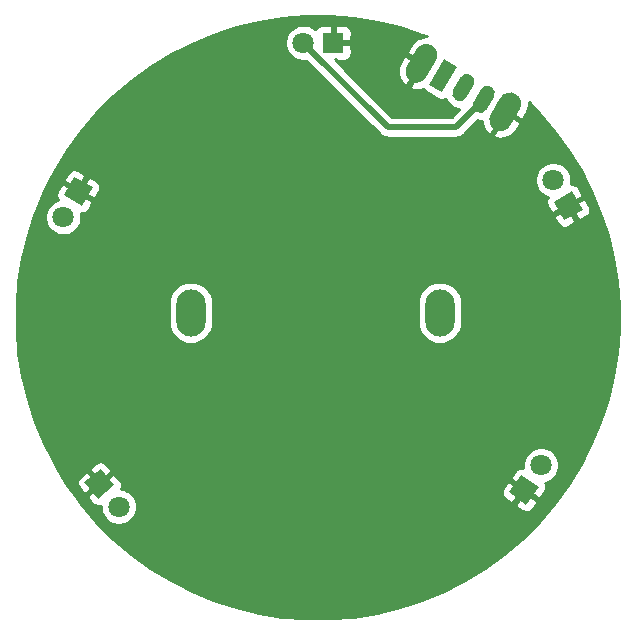
<source format=gbr>
%TF.GenerationSoftware,KiCad,Pcbnew,(5.1.8)-1*%
%TF.CreationDate,2022-03-30T16:06:01-07:00*%
%TF.ProjectId,Alpenglow_Sun_PCB,416c7065-6e67-46c6-9f77-5f53756e5f50,rev?*%
%TF.SameCoordinates,Original*%
%TF.FileFunction,Copper,L1,Top*%
%TF.FilePolarity,Positive*%
%FSLAX46Y46*%
G04 Gerber Fmt 4.6, Leading zero omitted, Abs format (unit mm)*
G04 Created by KiCad (PCBNEW (5.1.8)-1) date 2022-03-30 16:06:01*
%MOMM*%
%LPD*%
G01*
G04 APERTURE LIST*
%TA.AperFunction,ComponentPad*%
%ADD10R,1.800000X1.800000*%
%TD*%
%TA.AperFunction,ComponentPad*%
%ADD11C,1.800000*%
%TD*%
%TA.AperFunction,ComponentPad*%
%ADD12C,0.100000*%
%TD*%
%TA.AperFunction,ComponentPad*%
%ADD13O,2.500000X4.000000*%
%TD*%
%TA.AperFunction,Conductor*%
%ADD14C,0.508000*%
%TD*%
%TA.AperFunction,Conductor*%
%ADD15C,0.254000*%
%TD*%
%TA.AperFunction,Conductor*%
%ADD16C,0.100000*%
%TD*%
G04 APERTURE END LIST*
D10*
%TO.P,D1,1*%
%TO.N,GND*%
X153924000Y-66548000D03*
D11*
%TO.P,D1,2*%
%TO.N,Net-(D1-Pad2)*%
X151384000Y-66548000D03*
%TD*%
%TA.AperFunction,ComponentPad*%
D12*
%TO.P,D3,1*%
%TO.N,GND*%
G36*
X175041623Y-80695023D02*
G01*
X173482777Y-81595023D01*
X172582777Y-80036177D01*
X174141623Y-79136177D01*
X175041623Y-80695023D01*
G37*
%TD.AperFunction*%
D11*
%TO.P,D3,2*%
%TO.N,Net-(D1-Pad2)*%
X172542200Y-78165895D03*
%TD*%
%TA.AperFunction,ComponentPad*%
D12*
%TO.P,D2,1*%
%TO.N,GND*%
G36*
X132004577Y-77891577D02*
G01*
X133563423Y-78791577D01*
X132663423Y-80350423D01*
X131104577Y-79450423D01*
X132004577Y-77891577D01*
G37*
%TD.AperFunction*%
D11*
%TO.P,D2,2*%
%TO.N,Net-(D1-Pad2)*%
X131064000Y-81320705D03*
%TD*%
%TA.AperFunction,ComponentPad*%
D12*
%TO.P,D4,1*%
%TO.N,GND*%
G36*
X132844051Y-103775069D02*
G01*
X134222931Y-102618051D01*
X135379949Y-103996931D01*
X134001069Y-105153949D01*
X132844051Y-103775069D01*
G37*
%TD.AperFunction*%
D11*
%TO.P,D4,2*%
%TO.N,Net-(D1-Pad2)*%
X135744681Y-105831753D03*
%TD*%
%TA.AperFunction,ComponentPad*%
D12*
%TO.P,D5,1*%
%TO.N,GND*%
G36*
X170274018Y-105647456D02*
G01*
X168799544Y-104615018D01*
X169831982Y-103140544D01*
X171306456Y-104172982D01*
X170274018Y-105647456D01*
G37*
%TD.AperFunction*%
D11*
%TO.P,D5,2*%
%TO.N,Net-(D1-Pad2)*%
X171509884Y-102313354D03*
%TD*%
%TA.AperFunction,ComponentPad*%
D12*
%TO.P,SW1,1*%
%TO.N,Net-(SW1-Pad1)*%
G36*
X162007083Y-70099532D02*
G01*
X163257083Y-67934468D01*
X164382917Y-68584468D01*
X163132917Y-70749532D01*
X162007083Y-70099532D01*
G37*
%TD.AperFunction*%
%TO.P,SW1,2*%
%TO.N,VCC*%
%TA.AperFunction,ComponentPad*%
G36*
G01*
X164064134Y-70536615D02*
X164664134Y-69497385D01*
G75*
G02*
X165552051Y-69259468I562917J-325000D01*
G01*
X165552051Y-69259468D01*
G75*
G02*
X165789968Y-70147385I-325000J-562917D01*
G01*
X165189968Y-71186615D01*
G75*
G02*
X164302051Y-71424532I-562917J325000D01*
G01*
X164302051Y-71424532D01*
G75*
G02*
X164064134Y-70536615I325000J562917D01*
G01*
G37*
%TD.AperFunction*%
%TO.P,SW1,3*%
%TO.N,Net-(D1-Pad2)*%
%TA.AperFunction,ComponentPad*%
G36*
G01*
X165796185Y-71536615D02*
X166396185Y-70497385D01*
G75*
G02*
X167284102Y-70259468I562917J-325000D01*
G01*
X167284102Y-70259468D01*
G75*
G02*
X167522019Y-71147385I-325000J-562917D01*
G01*
X166922019Y-72186615D01*
G75*
G02*
X166034102Y-72424532I-562917J325000D01*
G01*
X166034102Y-72424532D01*
G75*
G02*
X165796185Y-71536615I325000J562917D01*
G01*
G37*
%TD.AperFunction*%
%TO.P,SW1,*%
%TO.N,GND*%
%TA.AperFunction,ComponentPad*%
G36*
G01*
X160153623Y-68509820D02*
X160953623Y-67124180D01*
G75*
G02*
X162251347Y-66776456I822724J-475000D01*
G01*
X162251347Y-66776456D01*
G75*
G02*
X162599071Y-68074180I-475000J-822724D01*
G01*
X161799071Y-69459820D01*
G75*
G02*
X160501347Y-69807544I-822724J475000D01*
G01*
X160501347Y-69807544D01*
G75*
G02*
X160153623Y-68509820I475000J822724D01*
G01*
G37*
%TD.AperFunction*%
%TA.AperFunction,ComponentPad*%
G36*
G01*
X167255031Y-72609820D02*
X168055031Y-71224180D01*
G75*
G02*
X169352755Y-70876456I822724J-475000D01*
G01*
X169352755Y-70876456D01*
G75*
G02*
X169700479Y-72174180I-475000J-822724D01*
G01*
X168900479Y-73559820D01*
G75*
G02*
X167602755Y-73907544I-822724J475000D01*
G01*
X167602755Y-73907544D01*
G75*
G02*
X167255031Y-72609820I475000J822724D01*
G01*
G37*
%TD.AperFunction*%
%TD*%
D13*
%TO.P,BT1,1*%
%TO.N,VCC*%
X162941000Y-89408000D03*
X141859000Y-89408000D03*
%TD*%
D14*
%TO.N,Net-(D1-Pad2)*%
X151384000Y-66548000D02*
X158521400Y-73685400D01*
X164315702Y-73685400D02*
X166659102Y-71342000D01*
X158521400Y-73685400D02*
X164315702Y-73685400D01*
%TD*%
D15*
%TO.N,GND*%
X155602084Y-64451553D02*
X157580793Y-64764950D01*
X159528813Y-65232628D01*
X161434134Y-65851705D01*
X161820203Y-66011620D01*
X161799410Y-66009267D01*
X161488791Y-66035318D01*
X161189222Y-66121466D01*
X160912216Y-66264402D01*
X160668418Y-66458633D01*
X160467197Y-66696694D01*
X160067197Y-67389515D01*
X161329862Y-68118515D01*
X161339862Y-68101194D01*
X161559832Y-68228194D01*
X161549832Y-68245515D01*
X161567153Y-68255515D01*
X161440153Y-68475485D01*
X161422832Y-68465485D01*
X160376040Y-70278582D01*
X160528725Y-70505301D01*
X160643550Y-70539683D01*
X160953284Y-70574733D01*
X161263903Y-70548682D01*
X161496948Y-70481664D01*
X161500867Y-70487966D01*
X161586373Y-70579260D01*
X161688047Y-70652119D01*
X162813881Y-71302119D01*
X162927816Y-71353742D01*
X163049632Y-71382145D01*
X163174649Y-71386238D01*
X163298062Y-71365862D01*
X163415129Y-71321801D01*
X163424954Y-71315692D01*
X163468994Y-71432705D01*
X163602660Y-71647658D01*
X163775693Y-71832403D01*
X163981443Y-71979841D01*
X164212003Y-72084307D01*
X164458513Y-72141785D01*
X164597531Y-72146336D01*
X163947467Y-72796400D01*
X158889636Y-72796400D01*
X154997086Y-68903850D01*
X159388330Y-68903850D01*
X159403047Y-69215212D01*
X159478225Y-69517720D01*
X159610974Y-69799750D01*
X159796195Y-70050462D01*
X159883383Y-70132713D01*
X160156070Y-70151582D01*
X161202862Y-68338485D01*
X159940197Y-67609485D01*
X159540197Y-68302306D01*
X159434640Y-68595599D01*
X159388330Y-68903850D01*
X154997086Y-68903850D01*
X154051002Y-67957767D01*
X154051002Y-67924252D01*
X154209750Y-68083000D01*
X154824000Y-68086072D01*
X154948482Y-68073812D01*
X155068180Y-68037502D01*
X155178494Y-67978537D01*
X155275185Y-67899185D01*
X155354537Y-67802494D01*
X155413502Y-67692180D01*
X155449812Y-67572482D01*
X155462072Y-67448000D01*
X155459000Y-66833750D01*
X155300250Y-66675000D01*
X154051000Y-66675000D01*
X154051000Y-66695000D01*
X153797000Y-66695000D01*
X153797000Y-66675000D01*
X153777000Y-66675000D01*
X153777000Y-66421000D01*
X153797000Y-66421000D01*
X153797000Y-65171750D01*
X154051000Y-65171750D01*
X154051000Y-66421000D01*
X155300250Y-66421000D01*
X155459000Y-66262250D01*
X155462072Y-65648000D01*
X155449812Y-65523518D01*
X155413502Y-65403820D01*
X155354537Y-65293506D01*
X155275185Y-65196815D01*
X155178494Y-65117463D01*
X155068180Y-65058498D01*
X154948482Y-65022188D01*
X154824000Y-65009928D01*
X154209750Y-65013000D01*
X154051000Y-65171750D01*
X153797000Y-65171750D01*
X153638250Y-65013000D01*
X153024000Y-65009928D01*
X152899518Y-65022188D01*
X152779820Y-65058498D01*
X152669506Y-65117463D01*
X152572815Y-65196815D01*
X152493463Y-65293506D01*
X152434498Y-65403820D01*
X152428944Y-65422127D01*
X152362505Y-65355688D01*
X152111095Y-65187701D01*
X151831743Y-65071989D01*
X151535184Y-65013000D01*
X151232816Y-65013000D01*
X150936257Y-65071989D01*
X150656905Y-65187701D01*
X150405495Y-65355688D01*
X150191688Y-65569495D01*
X150023701Y-65820905D01*
X149907989Y-66100257D01*
X149849000Y-66396816D01*
X149849000Y-66699184D01*
X149907989Y-66995743D01*
X150023701Y-67275095D01*
X150191688Y-67526505D01*
X150405495Y-67740312D01*
X150656905Y-67908299D01*
X150936257Y-68024011D01*
X151232816Y-68083000D01*
X151535184Y-68083000D01*
X151640764Y-68061999D01*
X157861906Y-74283142D01*
X157889741Y-74317059D01*
X158025109Y-74428153D01*
X158179549Y-74510703D01*
X158274158Y-74539402D01*
X158347125Y-74561536D01*
X158363725Y-74563171D01*
X158477733Y-74574400D01*
X158477740Y-74574400D01*
X158521400Y-74578700D01*
X158565060Y-74574400D01*
X164272042Y-74574400D01*
X164315702Y-74578700D01*
X164359362Y-74574400D01*
X164359369Y-74574400D01*
X164489976Y-74561536D01*
X164657553Y-74510703D01*
X164811993Y-74428153D01*
X164872395Y-74378582D01*
X167477448Y-74378582D01*
X167630133Y-74605301D01*
X167744958Y-74639683D01*
X168054692Y-74674733D01*
X168365311Y-74648682D01*
X168664880Y-74562534D01*
X168941886Y-74419598D01*
X169185684Y-74225367D01*
X169386905Y-73987306D01*
X169786905Y-73294485D01*
X168524240Y-72565485D01*
X167477448Y-74378582D01*
X164872395Y-74378582D01*
X164947361Y-74317059D01*
X164975201Y-74283136D01*
X166130547Y-73127791D01*
X166190564Y-73141785D01*
X166443551Y-73150067D01*
X166496238Y-73141368D01*
X166504455Y-73315212D01*
X166579633Y-73617720D01*
X166712382Y-73899750D01*
X166897603Y-74150462D01*
X166984791Y-74232713D01*
X167257478Y-74251582D01*
X168304270Y-72438485D01*
X168286949Y-72428485D01*
X168413949Y-72208515D01*
X168431270Y-72218515D01*
X168441270Y-72201194D01*
X168661240Y-72328194D01*
X168651240Y-72345515D01*
X169913905Y-73074515D01*
X170313905Y-72381694D01*
X170419462Y-72088401D01*
X170465772Y-71780150D01*
X170456672Y-71587621D01*
X171338925Y-72469874D01*
X172640012Y-73993251D01*
X173817565Y-75614014D01*
X174864325Y-77322171D01*
X175773837Y-79107190D01*
X176540495Y-80958066D01*
X177159572Y-82863387D01*
X177627250Y-84811407D01*
X177940647Y-86790116D01*
X178097829Y-88787313D01*
X178097829Y-90790687D01*
X177940647Y-92787884D01*
X177627250Y-94766593D01*
X177159572Y-96714613D01*
X176540495Y-98619934D01*
X175773837Y-100470810D01*
X174864325Y-102255829D01*
X173817565Y-103963986D01*
X172640012Y-105584749D01*
X171338925Y-107108126D01*
X169922326Y-108524725D01*
X168398949Y-109825812D01*
X166778186Y-111003365D01*
X165070029Y-112050125D01*
X163285010Y-112959637D01*
X161434134Y-113726295D01*
X159528813Y-114345372D01*
X157580793Y-114813050D01*
X155602084Y-115126447D01*
X153604887Y-115283629D01*
X151601513Y-115283629D01*
X149604316Y-115126447D01*
X147625607Y-114813050D01*
X145677587Y-114345372D01*
X143772266Y-113726295D01*
X141921390Y-112959637D01*
X140136371Y-112050125D01*
X138428214Y-111003365D01*
X136807451Y-109825812D01*
X135284074Y-108524725D01*
X133867475Y-107108126D01*
X132566388Y-105584749D01*
X132208077Y-105091576D01*
X133119798Y-105091576D01*
X133512277Y-105564094D01*
X133601685Y-105651572D01*
X133706440Y-105719926D01*
X133822518Y-105766530D01*
X133945457Y-105789593D01*
X134070533Y-105788228D01*
X134192941Y-105762489D01*
X134209681Y-105755340D01*
X134209681Y-105982937D01*
X134268670Y-106279496D01*
X134384382Y-106558848D01*
X134552369Y-106810258D01*
X134766176Y-107024065D01*
X135017586Y-107192052D01*
X135296938Y-107307764D01*
X135593497Y-107366753D01*
X135895865Y-107366753D01*
X136192424Y-107307764D01*
X136471776Y-107192052D01*
X136723186Y-107024065D01*
X136936993Y-106810258D01*
X137104980Y-106558848D01*
X137220692Y-106279496D01*
X137279681Y-105982937D01*
X137279681Y-105680569D01*
X137262502Y-105594202D01*
X169367648Y-105594202D01*
X169406633Y-105815298D01*
X169908035Y-106170134D01*
X170017037Y-106231491D01*
X170135914Y-106270403D01*
X170260099Y-106285376D01*
X170384818Y-106275834D01*
X170505279Y-106242144D01*
X170616854Y-106185601D01*
X170715253Y-106108376D01*
X170796696Y-106013439D01*
X171146499Y-105508513D01*
X171107514Y-105287417D01*
X170084188Y-104570877D01*
X169367648Y-105594202D01*
X137262502Y-105594202D01*
X137220692Y-105384010D01*
X137104980Y-105104658D01*
X136936993Y-104853248D01*
X136723186Y-104639441D01*
X136665804Y-104601099D01*
X168161624Y-104601099D01*
X168171166Y-104725818D01*
X168204856Y-104846279D01*
X168261399Y-104957854D01*
X168338624Y-105056253D01*
X168433561Y-105137696D01*
X168938487Y-105487499D01*
X169159583Y-105448514D01*
X169876123Y-104425188D01*
X168852798Y-103708648D01*
X168631702Y-103747633D01*
X168276866Y-104249035D01*
X168215509Y-104358037D01*
X168176597Y-104476914D01*
X168161624Y-104601099D01*
X136665804Y-104601099D01*
X136471776Y-104471454D01*
X136192424Y-104355742D01*
X135937176Y-104304970D01*
X135945926Y-104291560D01*
X135992530Y-104175482D01*
X136015593Y-104052543D01*
X136014228Y-103927467D01*
X135988489Y-103805059D01*
X135939364Y-103690026D01*
X135868740Y-103586786D01*
X135608256Y-103279487D01*
X168959501Y-103279487D01*
X168998486Y-103500583D01*
X170021812Y-104217123D01*
X170033283Y-104200740D01*
X170241349Y-104346429D01*
X170229877Y-104362812D01*
X171253202Y-105079352D01*
X171474298Y-105040367D01*
X171829134Y-104538965D01*
X171890491Y-104429963D01*
X171929403Y-104311086D01*
X171944376Y-104186901D01*
X171934834Y-104062182D01*
X171901144Y-103941721D01*
X171844601Y-103830146D01*
X171832179Y-103814318D01*
X171957627Y-103789365D01*
X172236979Y-103673653D01*
X172488389Y-103505666D01*
X172702196Y-103291859D01*
X172870183Y-103040449D01*
X172985895Y-102761097D01*
X173044884Y-102464538D01*
X173044884Y-102162170D01*
X172985895Y-101865611D01*
X172870183Y-101586259D01*
X172702196Y-101334849D01*
X172488389Y-101121042D01*
X172236979Y-100953055D01*
X171957627Y-100837343D01*
X171661068Y-100778354D01*
X171358700Y-100778354D01*
X171062141Y-100837343D01*
X170782789Y-100953055D01*
X170531379Y-101121042D01*
X170317572Y-101334849D01*
X170149585Y-101586259D01*
X170033873Y-101865611D01*
X169974884Y-102162170D01*
X169974884Y-102464538D01*
X169986507Y-102522972D01*
X169970086Y-102517597D01*
X169845901Y-102502624D01*
X169721182Y-102512166D01*
X169600721Y-102545856D01*
X169489146Y-102602399D01*
X169390747Y-102679624D01*
X169309304Y-102774561D01*
X168959501Y-103279487D01*
X135608256Y-103279487D01*
X135471555Y-103118218D01*
X135247903Y-103098651D01*
X134290922Y-103901654D01*
X134303777Y-103916974D01*
X134109202Y-104080243D01*
X134096346Y-104064922D01*
X133139365Y-104867924D01*
X133119798Y-105091576D01*
X132208077Y-105091576D01*
X131388835Y-103963986D01*
X131238988Y-103719457D01*
X132208407Y-103719457D01*
X132209772Y-103844533D01*
X132235511Y-103966941D01*
X132284636Y-104081974D01*
X132355260Y-104185214D01*
X132752445Y-104653782D01*
X132976097Y-104673349D01*
X133933078Y-103870346D01*
X133130076Y-102913365D01*
X132906424Y-102893798D01*
X132433906Y-103286277D01*
X132346428Y-103375685D01*
X132278074Y-103480440D01*
X132231470Y-103596518D01*
X132208407Y-103719457D01*
X131238988Y-103719457D01*
X130644964Y-102750097D01*
X133324651Y-102750097D01*
X134127654Y-103707078D01*
X135084635Y-102904076D01*
X135104202Y-102680424D01*
X134711723Y-102207906D01*
X134622315Y-102120428D01*
X134517560Y-102052074D01*
X134401482Y-102005470D01*
X134278543Y-101982407D01*
X134153467Y-101983772D01*
X134031059Y-102009511D01*
X133916026Y-102058636D01*
X133812786Y-102129260D01*
X133344218Y-102526445D01*
X133324651Y-102750097D01*
X130644964Y-102750097D01*
X130342075Y-102255829D01*
X129432563Y-100470810D01*
X128665905Y-98619934D01*
X128046828Y-96714613D01*
X127579150Y-94766593D01*
X127265753Y-92787884D01*
X127108571Y-90790687D01*
X127108571Y-88787313D01*
X127126035Y-88565404D01*
X139974000Y-88565404D01*
X139974000Y-90250597D01*
X140001275Y-90527524D01*
X140109062Y-90882848D01*
X140284098Y-91210317D01*
X140519656Y-91497345D01*
X140806684Y-91732903D01*
X141134153Y-91907939D01*
X141489477Y-92015725D01*
X141859000Y-92052120D01*
X142228524Y-92015725D01*
X142583848Y-91907939D01*
X142911317Y-91732903D01*
X143198345Y-91497345D01*
X143433903Y-91210317D01*
X143608939Y-90882848D01*
X143716725Y-90527524D01*
X143744000Y-90250597D01*
X143744000Y-88565404D01*
X161056000Y-88565404D01*
X161056000Y-90250597D01*
X161083275Y-90527524D01*
X161191062Y-90882848D01*
X161366098Y-91210317D01*
X161601656Y-91497345D01*
X161888684Y-91732903D01*
X162216153Y-91907939D01*
X162571477Y-92015725D01*
X162941000Y-92052120D01*
X163310524Y-92015725D01*
X163665848Y-91907939D01*
X163993317Y-91732903D01*
X164280345Y-91497345D01*
X164515903Y-91210317D01*
X164690939Y-90882848D01*
X164798725Y-90527524D01*
X164826000Y-90250597D01*
X164826000Y-88565403D01*
X164798725Y-88288476D01*
X164690939Y-87933152D01*
X164515903Y-87605683D01*
X164280345Y-87318655D01*
X163993317Y-87083097D01*
X163665847Y-86908061D01*
X163310523Y-86800275D01*
X162941000Y-86763880D01*
X162571476Y-86800275D01*
X162216152Y-86908061D01*
X161888683Y-87083097D01*
X161601655Y-87318655D01*
X161366097Y-87605683D01*
X161191061Y-87933153D01*
X161083275Y-88288477D01*
X161056000Y-88565404D01*
X143744000Y-88565404D01*
X143744000Y-88565403D01*
X143716725Y-88288476D01*
X143608939Y-87933152D01*
X143433903Y-87605683D01*
X143198345Y-87318655D01*
X142911317Y-87083097D01*
X142583847Y-86908061D01*
X142228523Y-86800275D01*
X141859000Y-86763880D01*
X141489476Y-86800275D01*
X141134152Y-86908061D01*
X140806683Y-87083097D01*
X140519655Y-87318655D01*
X140284097Y-87605683D01*
X140109061Y-87933153D01*
X140001275Y-88288477D01*
X139974000Y-88565404D01*
X127126035Y-88565404D01*
X127265753Y-86790116D01*
X127579150Y-84811407D01*
X128046828Y-82863387D01*
X128597199Y-81169521D01*
X129529000Y-81169521D01*
X129529000Y-81471889D01*
X129587989Y-81768448D01*
X129703701Y-82047800D01*
X129871688Y-82299210D01*
X130085495Y-82513017D01*
X130336905Y-82681004D01*
X130616257Y-82796716D01*
X130912816Y-82855705D01*
X131215184Y-82855705D01*
X131511743Y-82796716D01*
X131791095Y-82681004D01*
X132042505Y-82513017D01*
X132256312Y-82299210D01*
X132424299Y-82047800D01*
X132540011Y-81768448D01*
X132599000Y-81471889D01*
X132599000Y-81380567D01*
X172625726Y-81380567D01*
X172930191Y-81914059D01*
X173003049Y-82015733D01*
X173094343Y-82101240D01*
X173200566Y-82167292D01*
X173317632Y-82211353D01*
X173441045Y-82231728D01*
X173566062Y-82227637D01*
X173687879Y-82199233D01*
X173801813Y-82147609D01*
X174332233Y-81837824D01*
X174390340Y-81620967D01*
X173765715Y-80539085D01*
X172683833Y-81163710D01*
X172625726Y-81380567D01*
X132599000Y-81380567D01*
X132599000Y-81169521D01*
X132561019Y-80978579D01*
X132580138Y-80983037D01*
X132705155Y-80987128D01*
X132828568Y-80966753D01*
X132945634Y-80922692D01*
X133051857Y-80856640D01*
X133143151Y-80771133D01*
X133216009Y-80669459D01*
X133520474Y-80135967D01*
X133462367Y-79919110D01*
X132380485Y-79294485D01*
X132370485Y-79311806D01*
X132150515Y-79184806D01*
X132160515Y-79167485D01*
X131999487Y-79074515D01*
X132507485Y-79074515D01*
X133589367Y-79699140D01*
X133806224Y-79641033D01*
X134116009Y-79110613D01*
X134167633Y-78996679D01*
X134196037Y-78874862D01*
X134200128Y-78749845D01*
X134179753Y-78626432D01*
X134135692Y-78509366D01*
X134069640Y-78403143D01*
X133984133Y-78311849D01*
X133882459Y-78238991D01*
X133489470Y-78014711D01*
X171007200Y-78014711D01*
X171007200Y-78317079D01*
X171066189Y-78613638D01*
X171181901Y-78892990D01*
X171349888Y-79144400D01*
X171563695Y-79358207D01*
X171815105Y-79526194D01*
X172085501Y-79638196D01*
X172076560Y-79647743D01*
X172010508Y-79753966D01*
X171966447Y-79871032D01*
X171946072Y-79994445D01*
X171950163Y-80119462D01*
X171978567Y-80241279D01*
X172030191Y-80355213D01*
X172339976Y-80885633D01*
X172556833Y-80943740D01*
X173477686Y-80412085D01*
X173985685Y-80412085D01*
X174610310Y-81493967D01*
X174827167Y-81552074D01*
X175360659Y-81247609D01*
X175462333Y-81174751D01*
X175547840Y-81083457D01*
X175613892Y-80977234D01*
X175657953Y-80860168D01*
X175678328Y-80736755D01*
X175674237Y-80611738D01*
X175645833Y-80489921D01*
X175594209Y-80375987D01*
X175284424Y-79845567D01*
X175067567Y-79787460D01*
X173985685Y-80412085D01*
X173477686Y-80412085D01*
X173638715Y-80319115D01*
X173628715Y-80301794D01*
X173848685Y-80174794D01*
X173858685Y-80192115D01*
X174940567Y-79567490D01*
X174998674Y-79350633D01*
X174694209Y-78817141D01*
X174621351Y-78715467D01*
X174530057Y-78629960D01*
X174423834Y-78563908D01*
X174306768Y-78519847D01*
X174183355Y-78499472D01*
X174058338Y-78503563D01*
X174039219Y-78508021D01*
X174077200Y-78317079D01*
X174077200Y-78014711D01*
X174018211Y-77718152D01*
X173902499Y-77438800D01*
X173734512Y-77187390D01*
X173520705Y-76973583D01*
X173269295Y-76805596D01*
X172989943Y-76689884D01*
X172693384Y-76630895D01*
X172391016Y-76630895D01*
X172094457Y-76689884D01*
X171815105Y-76805596D01*
X171563695Y-76973583D01*
X171349888Y-77187390D01*
X171181901Y-77438800D01*
X171066189Y-77718152D01*
X171007200Y-78014711D01*
X133489470Y-78014711D01*
X133348967Y-77934526D01*
X133132110Y-77992633D01*
X132507485Y-79074515D01*
X131999487Y-79074515D01*
X131078633Y-78542860D01*
X130861776Y-78600967D01*
X130551991Y-79131387D01*
X130500367Y-79245321D01*
X130471963Y-79367138D01*
X130467872Y-79492155D01*
X130488247Y-79615568D01*
X130532308Y-79732634D01*
X130598360Y-79838857D01*
X130607301Y-79848404D01*
X130336905Y-79960406D01*
X130085495Y-80128393D01*
X129871688Y-80342200D01*
X129703701Y-80593610D01*
X129587989Y-80872962D01*
X129529000Y-81169521D01*
X128597199Y-81169521D01*
X128665905Y-80958066D01*
X129432563Y-79107190D01*
X129942677Y-78106033D01*
X131147526Y-78106033D01*
X131205633Y-78322890D01*
X132287515Y-78947515D01*
X132912140Y-77865633D01*
X132854033Y-77648776D01*
X132323613Y-77338991D01*
X132209679Y-77287367D01*
X132087862Y-77258963D01*
X131962845Y-77254872D01*
X131839432Y-77275247D01*
X131722366Y-77319308D01*
X131616143Y-77385360D01*
X131524849Y-77470867D01*
X131451991Y-77572541D01*
X131147526Y-78106033D01*
X129942677Y-78106033D01*
X130342075Y-77322171D01*
X131388835Y-75614014D01*
X132566388Y-73993251D01*
X133867475Y-72469874D01*
X135284074Y-71053275D01*
X136807451Y-69752188D01*
X138428214Y-68574635D01*
X140136371Y-67527875D01*
X141921390Y-66618363D01*
X143772266Y-65851705D01*
X145677587Y-65232628D01*
X147625607Y-64764950D01*
X149604316Y-64451553D01*
X151601513Y-64294371D01*
X153604887Y-64294371D01*
X155602084Y-64451553D01*
%TA.AperFunction,Conductor*%
D16*
G36*
X155602084Y-64451553D02*
G01*
X157580793Y-64764950D01*
X159528813Y-65232628D01*
X161434134Y-65851705D01*
X161820203Y-66011620D01*
X161799410Y-66009267D01*
X161488791Y-66035318D01*
X161189222Y-66121466D01*
X160912216Y-66264402D01*
X160668418Y-66458633D01*
X160467197Y-66696694D01*
X160067197Y-67389515D01*
X161329862Y-68118515D01*
X161339862Y-68101194D01*
X161559832Y-68228194D01*
X161549832Y-68245515D01*
X161567153Y-68255515D01*
X161440153Y-68475485D01*
X161422832Y-68465485D01*
X160376040Y-70278582D01*
X160528725Y-70505301D01*
X160643550Y-70539683D01*
X160953284Y-70574733D01*
X161263903Y-70548682D01*
X161496948Y-70481664D01*
X161500867Y-70487966D01*
X161586373Y-70579260D01*
X161688047Y-70652119D01*
X162813881Y-71302119D01*
X162927816Y-71353742D01*
X163049632Y-71382145D01*
X163174649Y-71386238D01*
X163298062Y-71365862D01*
X163415129Y-71321801D01*
X163424954Y-71315692D01*
X163468994Y-71432705D01*
X163602660Y-71647658D01*
X163775693Y-71832403D01*
X163981443Y-71979841D01*
X164212003Y-72084307D01*
X164458513Y-72141785D01*
X164597531Y-72146336D01*
X163947467Y-72796400D01*
X158889636Y-72796400D01*
X154997086Y-68903850D01*
X159388330Y-68903850D01*
X159403047Y-69215212D01*
X159478225Y-69517720D01*
X159610974Y-69799750D01*
X159796195Y-70050462D01*
X159883383Y-70132713D01*
X160156070Y-70151582D01*
X161202862Y-68338485D01*
X159940197Y-67609485D01*
X159540197Y-68302306D01*
X159434640Y-68595599D01*
X159388330Y-68903850D01*
X154997086Y-68903850D01*
X154051002Y-67957767D01*
X154051002Y-67924252D01*
X154209750Y-68083000D01*
X154824000Y-68086072D01*
X154948482Y-68073812D01*
X155068180Y-68037502D01*
X155178494Y-67978537D01*
X155275185Y-67899185D01*
X155354537Y-67802494D01*
X155413502Y-67692180D01*
X155449812Y-67572482D01*
X155462072Y-67448000D01*
X155459000Y-66833750D01*
X155300250Y-66675000D01*
X154051000Y-66675000D01*
X154051000Y-66695000D01*
X153797000Y-66695000D01*
X153797000Y-66675000D01*
X153777000Y-66675000D01*
X153777000Y-66421000D01*
X153797000Y-66421000D01*
X153797000Y-65171750D01*
X154051000Y-65171750D01*
X154051000Y-66421000D01*
X155300250Y-66421000D01*
X155459000Y-66262250D01*
X155462072Y-65648000D01*
X155449812Y-65523518D01*
X155413502Y-65403820D01*
X155354537Y-65293506D01*
X155275185Y-65196815D01*
X155178494Y-65117463D01*
X155068180Y-65058498D01*
X154948482Y-65022188D01*
X154824000Y-65009928D01*
X154209750Y-65013000D01*
X154051000Y-65171750D01*
X153797000Y-65171750D01*
X153638250Y-65013000D01*
X153024000Y-65009928D01*
X152899518Y-65022188D01*
X152779820Y-65058498D01*
X152669506Y-65117463D01*
X152572815Y-65196815D01*
X152493463Y-65293506D01*
X152434498Y-65403820D01*
X152428944Y-65422127D01*
X152362505Y-65355688D01*
X152111095Y-65187701D01*
X151831743Y-65071989D01*
X151535184Y-65013000D01*
X151232816Y-65013000D01*
X150936257Y-65071989D01*
X150656905Y-65187701D01*
X150405495Y-65355688D01*
X150191688Y-65569495D01*
X150023701Y-65820905D01*
X149907989Y-66100257D01*
X149849000Y-66396816D01*
X149849000Y-66699184D01*
X149907989Y-66995743D01*
X150023701Y-67275095D01*
X150191688Y-67526505D01*
X150405495Y-67740312D01*
X150656905Y-67908299D01*
X150936257Y-68024011D01*
X151232816Y-68083000D01*
X151535184Y-68083000D01*
X151640764Y-68061999D01*
X157861906Y-74283142D01*
X157889741Y-74317059D01*
X158025109Y-74428153D01*
X158179549Y-74510703D01*
X158274158Y-74539402D01*
X158347125Y-74561536D01*
X158363725Y-74563171D01*
X158477733Y-74574400D01*
X158477740Y-74574400D01*
X158521400Y-74578700D01*
X158565060Y-74574400D01*
X164272042Y-74574400D01*
X164315702Y-74578700D01*
X164359362Y-74574400D01*
X164359369Y-74574400D01*
X164489976Y-74561536D01*
X164657553Y-74510703D01*
X164811993Y-74428153D01*
X164872395Y-74378582D01*
X167477448Y-74378582D01*
X167630133Y-74605301D01*
X167744958Y-74639683D01*
X168054692Y-74674733D01*
X168365311Y-74648682D01*
X168664880Y-74562534D01*
X168941886Y-74419598D01*
X169185684Y-74225367D01*
X169386905Y-73987306D01*
X169786905Y-73294485D01*
X168524240Y-72565485D01*
X167477448Y-74378582D01*
X164872395Y-74378582D01*
X164947361Y-74317059D01*
X164975201Y-74283136D01*
X166130547Y-73127791D01*
X166190564Y-73141785D01*
X166443551Y-73150067D01*
X166496238Y-73141368D01*
X166504455Y-73315212D01*
X166579633Y-73617720D01*
X166712382Y-73899750D01*
X166897603Y-74150462D01*
X166984791Y-74232713D01*
X167257478Y-74251582D01*
X168304270Y-72438485D01*
X168286949Y-72428485D01*
X168413949Y-72208515D01*
X168431270Y-72218515D01*
X168441270Y-72201194D01*
X168661240Y-72328194D01*
X168651240Y-72345515D01*
X169913905Y-73074515D01*
X170313905Y-72381694D01*
X170419462Y-72088401D01*
X170465772Y-71780150D01*
X170456672Y-71587621D01*
X171338925Y-72469874D01*
X172640012Y-73993251D01*
X173817565Y-75614014D01*
X174864325Y-77322171D01*
X175773837Y-79107190D01*
X176540495Y-80958066D01*
X177159572Y-82863387D01*
X177627250Y-84811407D01*
X177940647Y-86790116D01*
X178097829Y-88787313D01*
X178097829Y-90790687D01*
X177940647Y-92787884D01*
X177627250Y-94766593D01*
X177159572Y-96714613D01*
X176540495Y-98619934D01*
X175773837Y-100470810D01*
X174864325Y-102255829D01*
X173817565Y-103963986D01*
X172640012Y-105584749D01*
X171338925Y-107108126D01*
X169922326Y-108524725D01*
X168398949Y-109825812D01*
X166778186Y-111003365D01*
X165070029Y-112050125D01*
X163285010Y-112959637D01*
X161434134Y-113726295D01*
X159528813Y-114345372D01*
X157580793Y-114813050D01*
X155602084Y-115126447D01*
X153604887Y-115283629D01*
X151601513Y-115283629D01*
X149604316Y-115126447D01*
X147625607Y-114813050D01*
X145677587Y-114345372D01*
X143772266Y-113726295D01*
X141921390Y-112959637D01*
X140136371Y-112050125D01*
X138428214Y-111003365D01*
X136807451Y-109825812D01*
X135284074Y-108524725D01*
X133867475Y-107108126D01*
X132566388Y-105584749D01*
X132208077Y-105091576D01*
X133119798Y-105091576D01*
X133512277Y-105564094D01*
X133601685Y-105651572D01*
X133706440Y-105719926D01*
X133822518Y-105766530D01*
X133945457Y-105789593D01*
X134070533Y-105788228D01*
X134192941Y-105762489D01*
X134209681Y-105755340D01*
X134209681Y-105982937D01*
X134268670Y-106279496D01*
X134384382Y-106558848D01*
X134552369Y-106810258D01*
X134766176Y-107024065D01*
X135017586Y-107192052D01*
X135296938Y-107307764D01*
X135593497Y-107366753D01*
X135895865Y-107366753D01*
X136192424Y-107307764D01*
X136471776Y-107192052D01*
X136723186Y-107024065D01*
X136936993Y-106810258D01*
X137104980Y-106558848D01*
X137220692Y-106279496D01*
X137279681Y-105982937D01*
X137279681Y-105680569D01*
X137262502Y-105594202D01*
X169367648Y-105594202D01*
X169406633Y-105815298D01*
X169908035Y-106170134D01*
X170017037Y-106231491D01*
X170135914Y-106270403D01*
X170260099Y-106285376D01*
X170384818Y-106275834D01*
X170505279Y-106242144D01*
X170616854Y-106185601D01*
X170715253Y-106108376D01*
X170796696Y-106013439D01*
X171146499Y-105508513D01*
X171107514Y-105287417D01*
X170084188Y-104570877D01*
X169367648Y-105594202D01*
X137262502Y-105594202D01*
X137220692Y-105384010D01*
X137104980Y-105104658D01*
X136936993Y-104853248D01*
X136723186Y-104639441D01*
X136665804Y-104601099D01*
X168161624Y-104601099D01*
X168171166Y-104725818D01*
X168204856Y-104846279D01*
X168261399Y-104957854D01*
X168338624Y-105056253D01*
X168433561Y-105137696D01*
X168938487Y-105487499D01*
X169159583Y-105448514D01*
X169876123Y-104425188D01*
X168852798Y-103708648D01*
X168631702Y-103747633D01*
X168276866Y-104249035D01*
X168215509Y-104358037D01*
X168176597Y-104476914D01*
X168161624Y-104601099D01*
X136665804Y-104601099D01*
X136471776Y-104471454D01*
X136192424Y-104355742D01*
X135937176Y-104304970D01*
X135945926Y-104291560D01*
X135992530Y-104175482D01*
X136015593Y-104052543D01*
X136014228Y-103927467D01*
X135988489Y-103805059D01*
X135939364Y-103690026D01*
X135868740Y-103586786D01*
X135608256Y-103279487D01*
X168959501Y-103279487D01*
X168998486Y-103500583D01*
X170021812Y-104217123D01*
X170033283Y-104200740D01*
X170241349Y-104346429D01*
X170229877Y-104362812D01*
X171253202Y-105079352D01*
X171474298Y-105040367D01*
X171829134Y-104538965D01*
X171890491Y-104429963D01*
X171929403Y-104311086D01*
X171944376Y-104186901D01*
X171934834Y-104062182D01*
X171901144Y-103941721D01*
X171844601Y-103830146D01*
X171832179Y-103814318D01*
X171957627Y-103789365D01*
X172236979Y-103673653D01*
X172488389Y-103505666D01*
X172702196Y-103291859D01*
X172870183Y-103040449D01*
X172985895Y-102761097D01*
X173044884Y-102464538D01*
X173044884Y-102162170D01*
X172985895Y-101865611D01*
X172870183Y-101586259D01*
X172702196Y-101334849D01*
X172488389Y-101121042D01*
X172236979Y-100953055D01*
X171957627Y-100837343D01*
X171661068Y-100778354D01*
X171358700Y-100778354D01*
X171062141Y-100837343D01*
X170782789Y-100953055D01*
X170531379Y-101121042D01*
X170317572Y-101334849D01*
X170149585Y-101586259D01*
X170033873Y-101865611D01*
X169974884Y-102162170D01*
X169974884Y-102464538D01*
X169986507Y-102522972D01*
X169970086Y-102517597D01*
X169845901Y-102502624D01*
X169721182Y-102512166D01*
X169600721Y-102545856D01*
X169489146Y-102602399D01*
X169390747Y-102679624D01*
X169309304Y-102774561D01*
X168959501Y-103279487D01*
X135608256Y-103279487D01*
X135471555Y-103118218D01*
X135247903Y-103098651D01*
X134290922Y-103901654D01*
X134303777Y-103916974D01*
X134109202Y-104080243D01*
X134096346Y-104064922D01*
X133139365Y-104867924D01*
X133119798Y-105091576D01*
X132208077Y-105091576D01*
X131388835Y-103963986D01*
X131238988Y-103719457D01*
X132208407Y-103719457D01*
X132209772Y-103844533D01*
X132235511Y-103966941D01*
X132284636Y-104081974D01*
X132355260Y-104185214D01*
X132752445Y-104653782D01*
X132976097Y-104673349D01*
X133933078Y-103870346D01*
X133130076Y-102913365D01*
X132906424Y-102893798D01*
X132433906Y-103286277D01*
X132346428Y-103375685D01*
X132278074Y-103480440D01*
X132231470Y-103596518D01*
X132208407Y-103719457D01*
X131238988Y-103719457D01*
X130644964Y-102750097D01*
X133324651Y-102750097D01*
X134127654Y-103707078D01*
X135084635Y-102904076D01*
X135104202Y-102680424D01*
X134711723Y-102207906D01*
X134622315Y-102120428D01*
X134517560Y-102052074D01*
X134401482Y-102005470D01*
X134278543Y-101982407D01*
X134153467Y-101983772D01*
X134031059Y-102009511D01*
X133916026Y-102058636D01*
X133812786Y-102129260D01*
X133344218Y-102526445D01*
X133324651Y-102750097D01*
X130644964Y-102750097D01*
X130342075Y-102255829D01*
X129432563Y-100470810D01*
X128665905Y-98619934D01*
X128046828Y-96714613D01*
X127579150Y-94766593D01*
X127265753Y-92787884D01*
X127108571Y-90790687D01*
X127108571Y-88787313D01*
X127126035Y-88565404D01*
X139974000Y-88565404D01*
X139974000Y-90250597D01*
X140001275Y-90527524D01*
X140109062Y-90882848D01*
X140284098Y-91210317D01*
X140519656Y-91497345D01*
X140806684Y-91732903D01*
X141134153Y-91907939D01*
X141489477Y-92015725D01*
X141859000Y-92052120D01*
X142228524Y-92015725D01*
X142583848Y-91907939D01*
X142911317Y-91732903D01*
X143198345Y-91497345D01*
X143433903Y-91210317D01*
X143608939Y-90882848D01*
X143716725Y-90527524D01*
X143744000Y-90250597D01*
X143744000Y-88565404D01*
X161056000Y-88565404D01*
X161056000Y-90250597D01*
X161083275Y-90527524D01*
X161191062Y-90882848D01*
X161366098Y-91210317D01*
X161601656Y-91497345D01*
X161888684Y-91732903D01*
X162216153Y-91907939D01*
X162571477Y-92015725D01*
X162941000Y-92052120D01*
X163310524Y-92015725D01*
X163665848Y-91907939D01*
X163993317Y-91732903D01*
X164280345Y-91497345D01*
X164515903Y-91210317D01*
X164690939Y-90882848D01*
X164798725Y-90527524D01*
X164826000Y-90250597D01*
X164826000Y-88565403D01*
X164798725Y-88288476D01*
X164690939Y-87933152D01*
X164515903Y-87605683D01*
X164280345Y-87318655D01*
X163993317Y-87083097D01*
X163665847Y-86908061D01*
X163310523Y-86800275D01*
X162941000Y-86763880D01*
X162571476Y-86800275D01*
X162216152Y-86908061D01*
X161888683Y-87083097D01*
X161601655Y-87318655D01*
X161366097Y-87605683D01*
X161191061Y-87933153D01*
X161083275Y-88288477D01*
X161056000Y-88565404D01*
X143744000Y-88565404D01*
X143744000Y-88565403D01*
X143716725Y-88288476D01*
X143608939Y-87933152D01*
X143433903Y-87605683D01*
X143198345Y-87318655D01*
X142911317Y-87083097D01*
X142583847Y-86908061D01*
X142228523Y-86800275D01*
X141859000Y-86763880D01*
X141489476Y-86800275D01*
X141134152Y-86908061D01*
X140806683Y-87083097D01*
X140519655Y-87318655D01*
X140284097Y-87605683D01*
X140109061Y-87933153D01*
X140001275Y-88288477D01*
X139974000Y-88565404D01*
X127126035Y-88565404D01*
X127265753Y-86790116D01*
X127579150Y-84811407D01*
X128046828Y-82863387D01*
X128597199Y-81169521D01*
X129529000Y-81169521D01*
X129529000Y-81471889D01*
X129587989Y-81768448D01*
X129703701Y-82047800D01*
X129871688Y-82299210D01*
X130085495Y-82513017D01*
X130336905Y-82681004D01*
X130616257Y-82796716D01*
X130912816Y-82855705D01*
X131215184Y-82855705D01*
X131511743Y-82796716D01*
X131791095Y-82681004D01*
X132042505Y-82513017D01*
X132256312Y-82299210D01*
X132424299Y-82047800D01*
X132540011Y-81768448D01*
X132599000Y-81471889D01*
X132599000Y-81380567D01*
X172625726Y-81380567D01*
X172930191Y-81914059D01*
X173003049Y-82015733D01*
X173094343Y-82101240D01*
X173200566Y-82167292D01*
X173317632Y-82211353D01*
X173441045Y-82231728D01*
X173566062Y-82227637D01*
X173687879Y-82199233D01*
X173801813Y-82147609D01*
X174332233Y-81837824D01*
X174390340Y-81620967D01*
X173765715Y-80539085D01*
X172683833Y-81163710D01*
X172625726Y-81380567D01*
X132599000Y-81380567D01*
X132599000Y-81169521D01*
X132561019Y-80978579D01*
X132580138Y-80983037D01*
X132705155Y-80987128D01*
X132828568Y-80966753D01*
X132945634Y-80922692D01*
X133051857Y-80856640D01*
X133143151Y-80771133D01*
X133216009Y-80669459D01*
X133520474Y-80135967D01*
X133462367Y-79919110D01*
X132380485Y-79294485D01*
X132370485Y-79311806D01*
X132150515Y-79184806D01*
X132160515Y-79167485D01*
X131999487Y-79074515D01*
X132507485Y-79074515D01*
X133589367Y-79699140D01*
X133806224Y-79641033D01*
X134116009Y-79110613D01*
X134167633Y-78996679D01*
X134196037Y-78874862D01*
X134200128Y-78749845D01*
X134179753Y-78626432D01*
X134135692Y-78509366D01*
X134069640Y-78403143D01*
X133984133Y-78311849D01*
X133882459Y-78238991D01*
X133489470Y-78014711D01*
X171007200Y-78014711D01*
X171007200Y-78317079D01*
X171066189Y-78613638D01*
X171181901Y-78892990D01*
X171349888Y-79144400D01*
X171563695Y-79358207D01*
X171815105Y-79526194D01*
X172085501Y-79638196D01*
X172076560Y-79647743D01*
X172010508Y-79753966D01*
X171966447Y-79871032D01*
X171946072Y-79994445D01*
X171950163Y-80119462D01*
X171978567Y-80241279D01*
X172030191Y-80355213D01*
X172339976Y-80885633D01*
X172556833Y-80943740D01*
X173477686Y-80412085D01*
X173985685Y-80412085D01*
X174610310Y-81493967D01*
X174827167Y-81552074D01*
X175360659Y-81247609D01*
X175462333Y-81174751D01*
X175547840Y-81083457D01*
X175613892Y-80977234D01*
X175657953Y-80860168D01*
X175678328Y-80736755D01*
X175674237Y-80611738D01*
X175645833Y-80489921D01*
X175594209Y-80375987D01*
X175284424Y-79845567D01*
X175067567Y-79787460D01*
X173985685Y-80412085D01*
X173477686Y-80412085D01*
X173638715Y-80319115D01*
X173628715Y-80301794D01*
X173848685Y-80174794D01*
X173858685Y-80192115D01*
X174940567Y-79567490D01*
X174998674Y-79350633D01*
X174694209Y-78817141D01*
X174621351Y-78715467D01*
X174530057Y-78629960D01*
X174423834Y-78563908D01*
X174306768Y-78519847D01*
X174183355Y-78499472D01*
X174058338Y-78503563D01*
X174039219Y-78508021D01*
X174077200Y-78317079D01*
X174077200Y-78014711D01*
X174018211Y-77718152D01*
X173902499Y-77438800D01*
X173734512Y-77187390D01*
X173520705Y-76973583D01*
X173269295Y-76805596D01*
X172989943Y-76689884D01*
X172693384Y-76630895D01*
X172391016Y-76630895D01*
X172094457Y-76689884D01*
X171815105Y-76805596D01*
X171563695Y-76973583D01*
X171349888Y-77187390D01*
X171181901Y-77438800D01*
X171066189Y-77718152D01*
X171007200Y-78014711D01*
X133489470Y-78014711D01*
X133348967Y-77934526D01*
X133132110Y-77992633D01*
X132507485Y-79074515D01*
X131999487Y-79074515D01*
X131078633Y-78542860D01*
X130861776Y-78600967D01*
X130551991Y-79131387D01*
X130500367Y-79245321D01*
X130471963Y-79367138D01*
X130467872Y-79492155D01*
X130488247Y-79615568D01*
X130532308Y-79732634D01*
X130598360Y-79838857D01*
X130607301Y-79848404D01*
X130336905Y-79960406D01*
X130085495Y-80128393D01*
X129871688Y-80342200D01*
X129703701Y-80593610D01*
X129587989Y-80872962D01*
X129529000Y-81169521D01*
X128597199Y-81169521D01*
X128665905Y-80958066D01*
X129432563Y-79107190D01*
X129942677Y-78106033D01*
X131147526Y-78106033D01*
X131205633Y-78322890D01*
X132287515Y-78947515D01*
X132912140Y-77865633D01*
X132854033Y-77648776D01*
X132323613Y-77338991D01*
X132209679Y-77287367D01*
X132087862Y-77258963D01*
X131962845Y-77254872D01*
X131839432Y-77275247D01*
X131722366Y-77319308D01*
X131616143Y-77385360D01*
X131524849Y-77470867D01*
X131451991Y-77572541D01*
X131147526Y-78106033D01*
X129942677Y-78106033D01*
X130342075Y-77322171D01*
X131388835Y-75614014D01*
X132566388Y-73993251D01*
X133867475Y-72469874D01*
X135284074Y-71053275D01*
X136807451Y-69752188D01*
X138428214Y-68574635D01*
X140136371Y-67527875D01*
X141921390Y-66618363D01*
X143772266Y-65851705D01*
X145677587Y-65232628D01*
X147625607Y-64764950D01*
X149604316Y-64451553D01*
X151601513Y-64294371D01*
X153604887Y-64294371D01*
X155602084Y-64451553D01*
G37*
%TD.AperFunction*%
%TD*%
M02*

</source>
